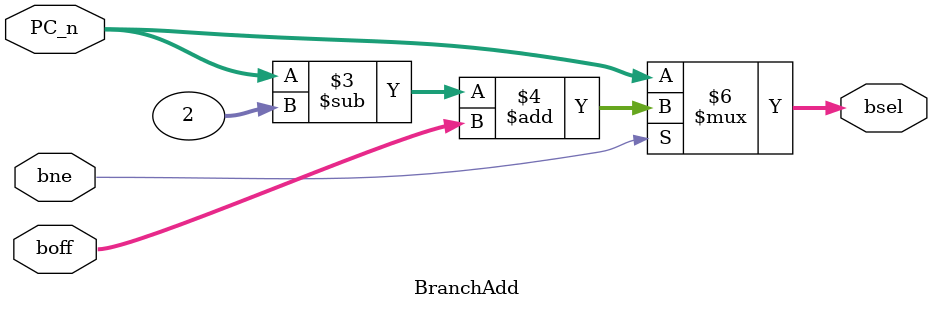
<source format=v>
/*
* 	Nathan Chinn
* 	Minion CPU - NanoQuarter
*
*	Module:  Branch Adder
*	Inputs:  Next PC, bne flag, branch offset
*	Outputs: Bsel PC after branch selection
*	
*/

module BranchAdd(	input[4:0]		boff,   // Jump address
		 	input[31:0]		PC_n,	// next Program Counter
			input			bne,	// branch Flag
			output reg[31:0]	bsel	// Next Instruction Program Counter	
	  );

	always @(*) 
	begin
		if (bne == 1)
			bsel = PC_n - 2 + boff;	
		else
			bsel = PC_n;
	end
endmodule

</source>
